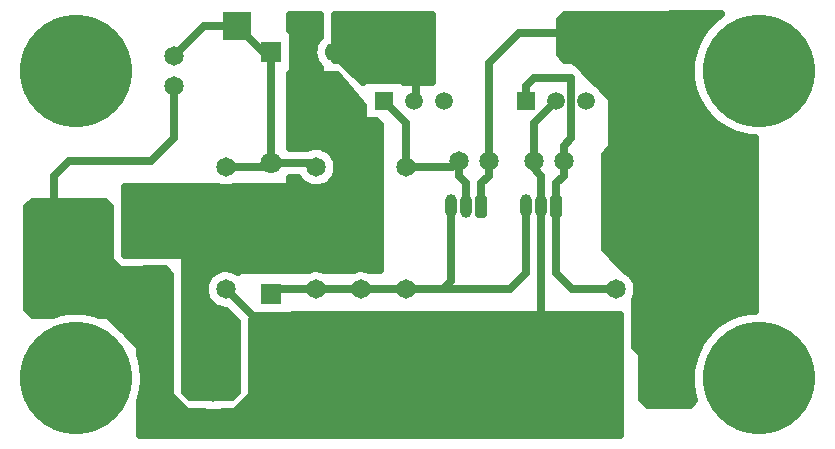
<source format=gbl>
G04 DipTrace 2.4.0.2*
%INSuperSimplePowerSupply.gbl*%
%MOIN*%
%ADD13C,0.025*%
%ADD14C,0.065*%
%ADD15R,0.0669X0.0669*%
%ADD16C,0.0669*%
%ADD17R,0.0591X0.0591*%
%ADD18C,0.0591*%
%ADD19C,0.1575*%
%ADD20R,0.0709X0.0709*%
%ADD21C,0.0709*%
%ADD22C,0.375*%
%ADD23R,0.0945X0.0945*%
%ADD24C,0.0945*%
%ADD25O,0.0394X0.0787*%
%FSLAX44Y44*%
G04*
G70*
G90*
G75*
G01*
%LNBottom*%
%LPD*%
X12750Y39750D2*
D13*
Y38875D1*
X14750Y35037D2*
X12750Y37038D1*
Y38875D1*
X9819Y28000D2*
X9000Y28819D1*
Y33000D1*
X7476D1*
X13250D1*
X14750Y34500D1*
Y35037D1*
X13875Y38875D2*
X14750Y39750D1*
X14896D1*
X16583D1*
Y39500D1*
X16500Y37250D2*
X16583Y37333D1*
Y39500D1*
X11750Y30825D2*
X11888Y30963D1*
X13250D1*
X14750D1*
X16250D2*
X14750D1*
X17750Y33750D2*
Y31250D1*
X17463Y30963D1*
X16250D1*
X20250Y33750D2*
Y31500D1*
X19713Y30963D1*
X16250D1*
X18750Y33750D2*
Y34500D1*
X19000Y34750D1*
Y35250D1*
Y38500D1*
X20000Y39500D1*
X21917D1*
X23250Y38167D1*
Y35037D1*
X24931Y33356D1*
Y28000D1*
X18250Y33750D2*
Y34500D1*
X18000Y34750D1*
Y35250D1*
X15500Y37250D2*
X16250Y36500D1*
Y35037D1*
X18000Y35250D2*
X17787Y35037D1*
X16250D1*
X10250Y30963D2*
X12181Y29031D1*
Y28000D1*
X4524Y33000D2*
X4500Y33024D1*
Y34750D1*
X5000Y35250D1*
X7750D1*
X8500Y36000D1*
Y37750D1*
X20750Y33750D2*
Y29750D1*
X22500Y28000D1*
X22569D1*
X20750Y33750D2*
Y34750D1*
X20500Y35000D1*
Y35250D1*
X21250Y37250D2*
X20500Y36500D1*
Y35250D1*
X13250Y35037D2*
X13112Y35175D1*
X11750D1*
X11612Y35037D1*
X10250D1*
X8500Y38750D2*
X9500Y39750D1*
X10604D1*
X11480Y38875D1*
X11750D1*
Y38874D1*
Y35175D1*
X21250Y33750D2*
Y34500D1*
X21500Y34750D1*
Y35250D1*
X20250Y37250D2*
Y37750D1*
X20500Y38000D1*
X21750D1*
Y36000D1*
X21500Y35750D1*
Y35250D1*
X21250Y33750D2*
Y31500D1*
X21787Y30963D1*
X23250D1*
X12398Y39876D2*
X13352D1*
X12398Y39628D2*
X13352D1*
X12496Y39379D2*
X13336D1*
X12496Y39130D2*
X13176D1*
X12496Y38882D2*
X13129D1*
X12496Y38633D2*
X13172D1*
X12496Y38384D2*
X13325D1*
X12398Y38135D2*
X13352D1*
X12398Y37887D2*
X14114D1*
X12398Y37638D2*
X14321D1*
X12398Y37389D2*
X14528D1*
X12398Y37141D2*
X14735D1*
X12398Y36892D2*
X14793D1*
X12398Y36643D2*
X14793D1*
X12398Y36395D2*
X15350D1*
X12398Y36146D2*
X15350D1*
X12398Y35897D2*
X15350D1*
X13636Y35649D2*
X15350D1*
X13886Y35400D2*
X15350D1*
X13976Y35151D2*
X15350D1*
X13972Y34903D2*
X15350D1*
X12398Y34654D2*
X12629D1*
X13871D2*
X15350D1*
X12355Y34405D2*
X12903D1*
X13597D2*
X15350D1*
X6900Y34156D2*
X15350D1*
X6900Y33908D2*
X15350D1*
X6900Y33659D2*
X15350D1*
X6900Y33410D2*
X15350D1*
X6900Y33162D2*
X15350D1*
X6900Y32913D2*
X15350D1*
X6900Y32664D2*
X15350D1*
X6900Y32416D2*
X15350D1*
X6900Y32167D2*
X15350D1*
X8898Y31918D2*
X15350D1*
X8898Y31670D2*
X10164D1*
X10339D2*
X13164D1*
X13339D2*
X14664D1*
X14839D2*
X15350D1*
X8898Y31421D2*
X9684D1*
X8898Y31172D2*
X9547D1*
X8898Y30924D2*
X9516D1*
X8898Y30675D2*
X9575D1*
X8898Y30426D2*
X9762D1*
X8898Y30177D2*
X10289D1*
X8898Y29929D2*
X10539D1*
X8898Y29680D2*
X10602D1*
X8898Y29431D2*
X10602D1*
X8898Y29183D2*
X10602D1*
X8898Y28934D2*
X10602D1*
X8898Y28685D2*
X10602D1*
X8898Y28437D2*
X10602D1*
X8898Y28188D2*
X10602D1*
X8898Y27939D2*
X10602D1*
X8898Y27691D2*
X10602D1*
X9011Y27442D2*
X10489D1*
X15254Y36570D2*
X14820D1*
Y37074D1*
X13943Y38123D1*
X13500Y38125D1*
X13395Y38186D1*
X13375Y38250D1*
Y38355D1*
X13256Y38507D1*
X13202Y38620D1*
X13168Y38740D1*
X13155Y38864D1*
X13164Y38988D1*
X13195Y39110D1*
X13245Y39224D1*
X13315Y39327D1*
X13377Y39392D1*
X13375Y40125D1*
X12375D1*
Y39598D1*
X12469Y39594D1*
Y38155D1*
X12372D1*
X12375Y37625D1*
Y35685D1*
X12957D1*
X13034Y35713D1*
X13155Y35741D1*
X13280Y35747D1*
X13404Y35730D1*
X13523Y35693D1*
X13633Y35635D1*
X13732Y35558D1*
X13816Y35466D1*
X13882Y35360D1*
X13929Y35244D1*
X13955Y35122D1*
X13960Y35037D1*
X13949Y34913D1*
X13916Y34793D1*
X13863Y34680D1*
X13791Y34578D1*
X13702Y34490D1*
X13599Y34419D1*
X13485Y34368D1*
X13364Y34337D1*
X13240Y34328D1*
X13116Y34340D1*
X12996Y34375D1*
X12884Y34429D1*
X12783Y34503D1*
X12696Y34593D1*
X12647Y34668D1*
X12374Y34665D1*
X12375Y34500D1*
X12314Y34395D1*
X12250Y34375D1*
X10504D1*
X10364Y34337D1*
X10240Y34328D1*
X10116Y34340D1*
X9992Y34376D1*
X6875Y34375D1*
Y32125D1*
X8750D1*
X8855Y32064D1*
X8875Y32000D1*
Y27551D1*
X9054Y27373D1*
X10449Y27375D1*
X10627Y27554D1*
X10625Y28750D1*
Y29863D1*
X10238Y30254D1*
X10116Y30266D1*
X9996Y30300D1*
X9884Y30355D1*
X9783Y30428D1*
X9696Y30518D1*
X9627Y30622D1*
X9577Y30737D1*
X9548Y30858D1*
X9540Y30983D1*
X9555Y31107D1*
X9591Y31226D1*
X9647Y31338D1*
X9722Y31437D1*
X9814Y31522D1*
X9919Y31590D1*
X10034Y31639D1*
X10155Y31666D1*
X10280Y31672D1*
X10404Y31656D1*
X10523Y31618D1*
X10637Y31558D1*
X10686Y31605D1*
X10750Y31625D1*
X12996D1*
X13155Y31666D1*
X13280Y31672D1*
X13404Y31656D1*
X13504Y31624D1*
X14496Y31625D1*
X14655Y31666D1*
X14780Y31672D1*
X14904Y31656D1*
X15004Y31624D1*
X15375Y31625D1*
Y36449D1*
X15254Y36569D1*
X3650Y33626D2*
X6352D1*
X3650Y33378D2*
X6352D1*
X3650Y33129D2*
X6352D1*
X3650Y32880D2*
X6352D1*
X3650Y32632D2*
X6352D1*
X3650Y32383D2*
X6352D1*
X3650Y32134D2*
X6352D1*
X3650Y31885D2*
X6414D1*
X3650Y31637D2*
X6661D1*
X3650Y31388D2*
X8352D1*
X3650Y31139D2*
X8352D1*
X3650Y30891D2*
X8352D1*
X3650Y30642D2*
X8352D1*
X3650Y30393D2*
X8352D1*
X3808Y30145D2*
X4512D1*
X5988D2*
X8352D1*
X6554Y29896D2*
X8352D1*
X11148D2*
X23352D1*
X6824Y29647D2*
X8352D1*
X11148D2*
X23352D1*
X7054Y29399D2*
X8352D1*
X11148D2*
X23352D1*
X7300Y29150D2*
X8352D1*
X11148D2*
X23352D1*
X7398Y28901D2*
X8352D1*
X11148D2*
X23352D1*
X7437Y28653D2*
X8352D1*
X11148D2*
X23352D1*
X7500Y28404D2*
X8352D1*
X11148D2*
X23352D1*
X7531Y28155D2*
X8352D1*
X11148D2*
X23352D1*
X7535Y27906D2*
X8352D1*
X11148D2*
X23352D1*
X7507Y27658D2*
X8352D1*
X11148D2*
X23352D1*
X7457Y27409D2*
X8391D1*
X11109D2*
X23352D1*
X7398Y27160D2*
X8637D1*
X10863D2*
X23352D1*
X7398Y26912D2*
X8887D1*
X10613D2*
X23352D1*
X7398Y26663D2*
X23352D1*
X7398Y26414D2*
X23352D1*
X7398Y26166D2*
X23352D1*
X10144Y26874D2*
X10034Y26848D1*
X9910Y26831D1*
X9786Y26828D1*
X9661Y26838D1*
X9497Y26874D1*
X8997Y26877D1*
X8912Y26912D1*
X8411Y27415D1*
X8375Y27500D1*
Y31449D1*
X8196Y31627D1*
X6750Y31625D1*
X6675Y31650D1*
X6411Y31915D1*
X6375Y32000D1*
Y33699D1*
X6196Y33877D1*
X4250Y33875D1*
X3801D1*
X3623Y33696D1*
X3625Y31750D1*
Y30301D1*
X3804Y30123D1*
X4480Y30125D1*
X4730Y30199D1*
X4976Y30243D1*
X5225Y30260D1*
X5475Y30249D1*
X5722Y30210D1*
X5963Y30145D1*
X6018Y30125D1*
X6253Y30123D1*
X6338Y30088D1*
X6720Y29717D1*
X6900Y29544D1*
X7045Y29381D1*
X7339Y29085D1*
X7375Y29000D1*
Y28770D1*
X7437Y28569D1*
X7487Y28324D1*
X7509Y28075D1*
X7507Y27875D1*
X7479Y27627D1*
X7424Y27383D1*
X7374Y27231D1*
X7375Y26125D1*
X23375D1*
Y30125D1*
X12488D1*
X12489Y30085D1*
X11259D1*
X11123Y29946D1*
X11125Y28000D1*
X11123Y27497D1*
X11088Y27412D1*
X10585Y26911D1*
X10500Y26875D1*
X10145D1*
X21400Y39876D2*
X26407D1*
X21400Y39628D2*
X26184D1*
X21400Y39379D2*
X26016D1*
X21400Y39130D2*
X25895D1*
X21400Y38882D2*
X25805D1*
X21570Y38633D2*
X25746D1*
X22109Y38384D2*
X25719D1*
X22316Y38135D2*
X25719D1*
X22566Y37887D2*
X25743D1*
X22832Y37638D2*
X25801D1*
X23062Y37389D2*
X25887D1*
X23148Y37141D2*
X26004D1*
X23148Y36892D2*
X26168D1*
X23148Y36643D2*
X26387D1*
X23148Y36395D2*
X26684D1*
X23148Y36146D2*
X27149D1*
X23148Y35897D2*
X27852D1*
X23101Y35649D2*
X27852D1*
X22898Y35400D2*
X27852D1*
X22898Y35151D2*
X27852D1*
X22898Y34903D2*
X27852D1*
X22898Y34654D2*
X27852D1*
X22898Y34405D2*
X27852D1*
X22898Y34156D2*
X27852D1*
X22898Y33908D2*
X27852D1*
X22898Y33659D2*
X27852D1*
X22898Y33410D2*
X27852D1*
X22898Y33162D2*
X27852D1*
X22898Y32913D2*
X27852D1*
X22898Y32664D2*
X27852D1*
X22898Y32416D2*
X27852D1*
X23035Y32167D2*
X27852D1*
X23285Y31918D2*
X27852D1*
X23531Y31670D2*
X27852D1*
X23816Y31421D2*
X27852D1*
X23953Y31172D2*
X27852D1*
X23984Y30924D2*
X27852D1*
X23925Y30675D2*
X27852D1*
X23898Y30426D2*
X27852D1*
X23898Y30177D2*
X27371D1*
X23898Y29929D2*
X26797D1*
X23898Y29680D2*
X26465D1*
X23898Y29431D2*
X26227D1*
X23898Y29183D2*
X26051D1*
X24019Y28934D2*
X25918D1*
X24148Y28685D2*
X25821D1*
X24148Y28437D2*
X25758D1*
X24148Y28188D2*
X25723D1*
X24148Y27939D2*
X25715D1*
X24148Y27691D2*
X25735D1*
X24148Y27442D2*
X25786D1*
X24257Y27193D2*
X25743D1*
X22593Y37834D2*
X22643Y37805D1*
X22738Y37724D1*
X22837Y37589D1*
X23089Y37335D1*
X23125Y37250D1*
X23123Y35747D1*
X23088Y35662D1*
X22873Y35446D1*
X22875Y33500D1*
Y32301D1*
X23592Y31584D1*
X23732Y31483D1*
X23816Y31391D1*
X23882Y31285D1*
X23929Y31169D1*
X23955Y31047D1*
X23960Y30963D1*
X23949Y30838D1*
X23916Y30718D1*
X23875Y30625D1*
Y29051D1*
X24089Y28835D1*
X24125Y28750D1*
Y27301D1*
X24304Y27123D1*
X25699Y27125D1*
X25855Y27287D1*
X25790Y27528D1*
X25751Y27775D1*
X25740Y28025D1*
X25757Y28274D1*
X25801Y28520D1*
X25872Y28760D1*
X25968Y28990D1*
X26090Y29208D1*
X26235Y29412D1*
X26402Y29598D1*
X26588Y29765D1*
X26792Y29910D1*
X27010Y30032D1*
X27240Y30128D1*
X27480Y30199D1*
X27726Y30243D1*
X27877Y30256D1*
X27875Y32500D1*
Y35996D1*
X27676Y36013D1*
X27431Y36063D1*
X27193Y36139D1*
X26965Y36241D1*
X26750Y36367D1*
X26549Y36517D1*
X26367Y36688D1*
X26204Y36878D1*
X26064Y37084D1*
X25947Y37305D1*
X25855Y37537D1*
X25790Y37778D1*
X25751Y38025D1*
X25740Y38275D1*
X25757Y38524D1*
X25801Y38770D1*
X25872Y39010D1*
X25968Y39240D1*
X26090Y39458D1*
X26235Y39662D1*
X26402Y39848D1*
X26588Y40015D1*
X26743Y40127D1*
X23250Y40125D1*
X21551D1*
X21373Y39946D1*
X21375Y38801D1*
X21554Y38623D1*
X21753D1*
X21838Y38588D1*
X21963Y38464D1*
X22092Y38378D1*
X22175Y38280D1*
X22210Y38220D1*
X22587Y37840D1*
X13900Y39876D2*
X17100D1*
X13900Y39628D2*
X17100D1*
X13900Y39379D2*
X17100D1*
X13900Y39130D2*
X17100D1*
X13900Y38882D2*
X17100D1*
X13900Y38633D2*
X17100D1*
X14316Y38384D2*
X17100D1*
X14566Y38135D2*
X17100D1*
X16207Y37887D2*
X17100D1*
X14945Y37930D2*
X16180D1*
Y37872D1*
X17000Y37875D1*
X17125D1*
Y40125D1*
X13875D1*
Y38625D1*
X14003Y38623D1*
X14088Y38588D1*
X14802Y37875D1*
X14820Y37930D1*
X14945D1*
D14*
X19000Y35250D3*
X18000D3*
X20500D3*
X21500D3*
X8500Y37750D3*
Y38750D3*
D15*
X7476Y33000D3*
D16*
X4524D3*
D17*
X15500Y37250D3*
D18*
X16500D3*
X17500D3*
D17*
X20250D3*
D18*
X21250D3*
X22250D3*
D19*
X24931Y28000D3*
X22569D3*
X9819D3*
X12181D3*
D20*
X11750Y30825D3*
D21*
Y35175D3*
D22*
X5250Y38250D3*
X28000D3*
X5250Y28000D3*
X28000D3*
D23*
X10604Y39750D3*
D24*
X12750D3*
X14896D3*
D15*
X11750Y38875D3*
D16*
X13875D3*
X12750D3*
G36*
X18947Y34045D2*
X18848Y34144D1*
X18652D1*
X18553Y34045D1*
Y33455D1*
X18652Y33356D1*
X18848D1*
X18947Y33455D1*
Y34045D1*
G37*
D25*
X18250Y33750D3*
X17750D3*
D14*
X13250Y30963D3*
Y35037D3*
X21917Y39500D3*
X16583D3*
X16250Y35037D3*
Y30963D3*
X14750D3*
Y35037D3*
X10250Y30963D3*
Y35037D3*
X23250Y30963D3*
Y35037D3*
G36*
X21447Y34045D2*
X21348Y34144D1*
X21152D1*
X21053Y34045D1*
Y33455D1*
X21152Y33356D1*
X21348D1*
X21447Y33455D1*
Y34045D1*
G37*
D25*
X20750Y33750D3*
X20250D3*
M02*

</source>
